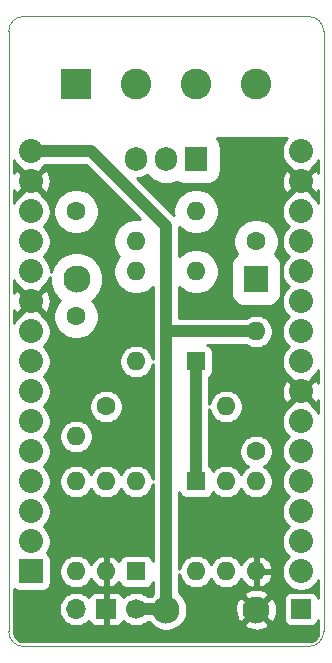
<source format=gbr>
%TF.GenerationSoftware,KiCad,Pcbnew,5.1.5+dfsg1-2~bpo10+1*%
%TF.CreationDate,2020-10-04T09:49:28+00:00*%
%TF.ProjectId,PWR,5057522e-6b69-4636-9164-5f7063625858,rev?*%
%TF.SameCoordinates,Original*%
%TF.FileFunction,Copper,L1,Top*%
%TF.FilePolarity,Positive*%
%FSLAX45Y45*%
G04 Gerber Fmt 4.5, Leading zero omitted, Abs format (unit mm)*
G04 Created by KiCad (PCBNEW 5.1.5+dfsg1-2~bpo10+1) date 2020-10-04 09:49:28*
%MOMM*%
%LPD*%
G04 APERTURE LIST*
%ADD10C,0.120000*%
%ADD11O,1.600000X1.600000*%
%ADD12R,1.600000X1.600000*%
%ADD13R,1.700000X1.700000*%
%ADD14C,1.700000*%
%ADD15C,2.032000*%
%ADD16R,2.032000X2.032000*%
%ADD17O,1.700000X1.700000*%
%ADD18C,2.300000*%
%ADD19R,2.000000X2.300000*%
%ADD20C,1.600000*%
%ADD21O,1.905000X2.000000*%
%ADD22R,1.905000X2.000000*%
%ADD23C,2.600000*%
%ADD24R,2.600000X2.600000*%
%ADD25C,1.000000*%
%ADD26C,0.250000*%
%ADD27C,0.350000*%
G04 APERTURE END LIST*
D10*
X2476500Y-508000D02*
G75*
G02X2349500Y-635000I-127000J0D01*
G01*
X-190500Y4572000D02*
G75*
G02X-63500Y4699000I127000J0D01*
G01*
X-63500Y-635000D02*
G75*
G02X-190500Y-508000I0J127000D01*
G01*
X2349500Y4699000D02*
G75*
G02X2476500Y4572000I0J-127000D01*
G01*
X-190500Y4572000D02*
X-190500Y-508000D01*
X2349500Y4699000D02*
X-63500Y4699000D01*
X2476500Y-508000D02*
X2476500Y4572000D01*
X-63500Y-635000D02*
X2349500Y-635000D01*
D11*
X1397000Y0D03*
X1905000Y762000D03*
X1651000Y0D03*
X1651000Y762000D03*
X1905000Y0D03*
D12*
X1397000Y762000D03*
D13*
X2286000Y-317500D03*
D14*
X889000Y-317500D03*
D15*
X2286000Y254000D03*
X2286000Y762000D03*
X2286000Y508000D03*
X2286000Y2540000D03*
X2286000Y2286000D03*
X2286000Y1778000D03*
X2286000Y2032000D03*
X2286000Y3556000D03*
X2286000Y1524000D03*
X2286000Y1016000D03*
X2286000Y1270000D03*
X2286000Y2794000D03*
X2286000Y3302000D03*
X2286000Y3048000D03*
X2286000Y0D03*
X0Y3556000D03*
X0Y3302000D03*
X0Y3048000D03*
X0Y2794000D03*
X0Y2540000D03*
X0Y2286000D03*
X0Y2032000D03*
X0Y1778000D03*
X0Y1524000D03*
X0Y1270000D03*
X0Y1016000D03*
X0Y762000D03*
X0Y508000D03*
X0Y254000D03*
D16*
X0Y0D03*
D17*
X381000Y-317500D03*
D13*
X635000Y-317500D03*
D18*
X1145000Y-323500D03*
X385000Y2476500D03*
D19*
X1905000Y2476500D03*
D18*
X1905000Y-323500D03*
D11*
X1905000Y2032000D03*
D20*
X1905000Y1016000D03*
X635000Y1397000D03*
D11*
X1651000Y1397000D03*
X889000Y2794000D03*
D20*
X1905000Y2794000D03*
D11*
X381000Y1143000D03*
D20*
X381000Y2159000D03*
D11*
X1397000Y3048000D03*
D20*
X381000Y3048000D03*
D12*
X1397000Y1778000D03*
D11*
X889000Y2540000D03*
X889000Y1778000D03*
X1397000Y2540000D03*
X889000Y762000D03*
X381000Y0D03*
X635000Y762000D03*
X635000Y0D03*
X381000Y762000D03*
D12*
X889000Y0D03*
D21*
X889000Y3492500D03*
X1143000Y3492500D03*
D22*
X1397000Y3492500D03*
D23*
X1905000Y4127500D03*
X1397000Y4127500D03*
X889000Y4127500D03*
D24*
X381000Y4127500D03*
D25*
X1397000Y762000D02*
X1397000Y1778000D01*
X889000Y-317500D02*
X1016000Y-317500D01*
X1016000Y-317500D02*
X1143000Y-317500D01*
X1905000Y2032000D02*
X1143000Y2032000D01*
X1143000Y2032000D02*
X1143000Y2921000D01*
X1143000Y2921000D02*
X508000Y3556000D01*
X508000Y3556000D02*
X0Y3556000D01*
X1145000Y-188500D02*
X1145000Y-323500D01*
X1143000Y1016000D02*
X1143000Y-186500D01*
X1143000Y-186500D02*
X1145000Y-188500D01*
X1143000Y1016000D02*
X1143000Y2032000D01*
D26*
G36*
X2158535Y3660608D02*
G01*
X2140577Y3633730D01*
X2128206Y3603866D01*
X2121900Y3572162D01*
X2121900Y3539838D01*
X2128206Y3508134D01*
X2140577Y3478269D01*
X2158535Y3451392D01*
X2181392Y3428535D01*
X2191745Y3421618D01*
X2189660Y3416017D01*
X2286000Y3319678D01*
X2382340Y3416017D01*
X2380255Y3421618D01*
X2390608Y3428535D01*
X2413465Y3451392D01*
X2431424Y3478269D01*
X2433000Y3482076D01*
X2433000Y3376118D01*
X2426366Y3388531D01*
X2400017Y3398340D01*
X2303678Y3302000D01*
X2400017Y3205660D01*
X2426366Y3215469D01*
X2433000Y3229056D01*
X2433000Y3121924D01*
X2431424Y3125730D01*
X2413465Y3152608D01*
X2390608Y3175465D01*
X2380255Y3182382D01*
X2382340Y3187983D01*
X2286000Y3284322D01*
X2189660Y3187983D01*
X2191745Y3182382D01*
X2181392Y3175465D01*
X2158535Y3152608D01*
X2140577Y3125730D01*
X2128206Y3095866D01*
X2121900Y3064162D01*
X2121900Y3031838D01*
X2128206Y3000134D01*
X2140577Y2970269D01*
X2158535Y2943392D01*
X2180928Y2921000D01*
X2158535Y2898608D01*
X2140577Y2871730D01*
X2128206Y2841866D01*
X2121900Y2810162D01*
X2121900Y2777838D01*
X2128206Y2746134D01*
X2140577Y2716270D01*
X2158535Y2689392D01*
X2180928Y2667000D01*
X2158535Y2644608D01*
X2140577Y2617731D01*
X2128206Y2587866D01*
X2121900Y2556162D01*
X2121900Y2523838D01*
X2128206Y2492134D01*
X2140577Y2462270D01*
X2158535Y2435392D01*
X2180928Y2413000D01*
X2158535Y2390608D01*
X2140577Y2363731D01*
X2128206Y2333866D01*
X2121900Y2302162D01*
X2121900Y2269838D01*
X2128206Y2238134D01*
X2140577Y2208270D01*
X2158535Y2181392D01*
X2180928Y2159000D01*
X2158535Y2136608D01*
X2140577Y2109731D01*
X2128206Y2079866D01*
X2121900Y2048162D01*
X2121900Y2015838D01*
X2128206Y1984134D01*
X2140577Y1954269D01*
X2158535Y1927392D01*
X2180928Y1905000D01*
X2158535Y1882608D01*
X2140577Y1855730D01*
X2128206Y1825866D01*
X2121900Y1794162D01*
X2121900Y1761838D01*
X2128206Y1730134D01*
X2140577Y1700269D01*
X2158535Y1673392D01*
X2181392Y1650535D01*
X2191745Y1643618D01*
X2189660Y1638017D01*
X2286000Y1541678D01*
X2382340Y1638017D01*
X2380255Y1643618D01*
X2390608Y1650535D01*
X2413465Y1673392D01*
X2431424Y1700269D01*
X2433000Y1704075D01*
X2433000Y1598118D01*
X2426366Y1610531D01*
X2400017Y1620340D01*
X2303678Y1524000D01*
X2400017Y1427660D01*
X2426366Y1437469D01*
X2433000Y1451056D01*
X2433000Y1343925D01*
X2431424Y1347731D01*
X2413465Y1374608D01*
X2390608Y1397465D01*
X2380255Y1404382D01*
X2382340Y1409983D01*
X2286000Y1506322D01*
X2189660Y1409983D01*
X2191745Y1404382D01*
X2181392Y1397465D01*
X2158535Y1374608D01*
X2140577Y1347731D01*
X2128206Y1317866D01*
X2121900Y1286162D01*
X2121900Y1253838D01*
X2128206Y1222134D01*
X2140577Y1192270D01*
X2158535Y1165392D01*
X2180928Y1143000D01*
X2158535Y1120608D01*
X2140577Y1093731D01*
X2128206Y1063866D01*
X2121900Y1032162D01*
X2121900Y999838D01*
X2128206Y968134D01*
X2140577Y938269D01*
X2158535Y911392D01*
X2180928Y889000D01*
X2158535Y866608D01*
X2140577Y839730D01*
X2128206Y809866D01*
X2121900Y778162D01*
X2121900Y745838D01*
X2128206Y714134D01*
X2140577Y684270D01*
X2158535Y657392D01*
X2180928Y635000D01*
X2158535Y612608D01*
X2140577Y585731D01*
X2128206Y555866D01*
X2121900Y524162D01*
X2121900Y491838D01*
X2128206Y460134D01*
X2140577Y430269D01*
X2158535Y403392D01*
X2180928Y381000D01*
X2158535Y358608D01*
X2140577Y331731D01*
X2128206Y301866D01*
X2121900Y270162D01*
X2121900Y237838D01*
X2128206Y206134D01*
X2140577Y176269D01*
X2158535Y149392D01*
X2180928Y127000D01*
X2158535Y104608D01*
X2140577Y77731D01*
X2128206Y47866D01*
X2121900Y16162D01*
X2121900Y-16162D01*
X2128206Y-47866D01*
X2140577Y-77731D01*
X2158535Y-104608D01*
X2181392Y-127465D01*
X2208270Y-145424D01*
X2238134Y-157794D01*
X2269838Y-164100D01*
X2302162Y-164100D01*
X2333866Y-157794D01*
X2363731Y-145424D01*
X2390608Y-127465D01*
X2413465Y-104608D01*
X2431424Y-77731D01*
X2433000Y-73925D01*
X2433000Y-224353D01*
X2432596Y-220248D01*
X2429022Y-208467D01*
X2423218Y-197609D01*
X2415408Y-188092D01*
X2405891Y-180282D01*
X2395033Y-174478D01*
X2383252Y-170904D01*
X2371000Y-169698D01*
X2201000Y-169698D01*
X2188748Y-170904D01*
X2176967Y-174478D01*
X2166109Y-180282D01*
X2156592Y-188092D01*
X2148782Y-197609D01*
X2142978Y-208467D01*
X2139404Y-220248D01*
X2138198Y-232500D01*
X2138198Y-402500D01*
X2139404Y-414752D01*
X2142978Y-426533D01*
X2148782Y-437391D01*
X2156592Y-446908D01*
X2166109Y-454718D01*
X2176967Y-460522D01*
X2188748Y-464096D01*
X2201000Y-465302D01*
X2371000Y-465302D01*
X2383252Y-464096D01*
X2395033Y-460522D01*
X2405891Y-454718D01*
X2415408Y-446908D01*
X2423218Y-437391D01*
X2429022Y-426533D01*
X2432596Y-414752D01*
X2433000Y-410647D01*
X2433000Y-505872D01*
X2431205Y-524178D01*
X2426507Y-539740D01*
X2418875Y-554093D01*
X2408601Y-566690D01*
X2396076Y-577052D01*
X2381777Y-584783D01*
X2366248Y-589590D01*
X2348078Y-591500D01*
X-61372Y-591500D01*
X-79678Y-589705D01*
X-95240Y-585007D01*
X-109593Y-577375D01*
X-122190Y-567101D01*
X-132552Y-554576D01*
X-140283Y-540277D01*
X-145090Y-524748D01*
X-147000Y-506577D01*
X-147000Y-302973D01*
X233500Y-302973D01*
X233500Y-332028D01*
X239168Y-360524D01*
X250287Y-387367D01*
X266429Y-411526D01*
X286974Y-432071D01*
X311133Y-448213D01*
X337976Y-459332D01*
X366472Y-465000D01*
X395527Y-465000D01*
X424024Y-459332D01*
X450867Y-448213D01*
X475026Y-432071D01*
X489321Y-417775D01*
X491978Y-426533D01*
X497782Y-437391D01*
X505592Y-446908D01*
X515109Y-454718D01*
X525967Y-460522D01*
X537748Y-464096D01*
X550000Y-465302D01*
X606875Y-465000D01*
X622500Y-449375D01*
X622500Y-330000D01*
X620500Y-330000D01*
X620500Y-305000D01*
X622500Y-305000D01*
X622500Y-185625D01*
X606875Y-170000D01*
X550000Y-169698D01*
X537748Y-170904D01*
X525967Y-174478D01*
X515109Y-180282D01*
X505592Y-188092D01*
X497782Y-197609D01*
X491978Y-208467D01*
X489321Y-217225D01*
X475026Y-202929D01*
X450867Y-186787D01*
X424024Y-175668D01*
X395527Y-170000D01*
X366472Y-170000D01*
X337976Y-175668D01*
X311133Y-186787D01*
X286974Y-202929D01*
X266429Y-223474D01*
X250287Y-247632D01*
X239168Y-274476D01*
X233500Y-302973D01*
X-147000Y-302973D01*
X-147000Y-144799D01*
X-146008Y-146008D01*
X-136491Y-153818D01*
X-125633Y-159622D01*
X-113852Y-163196D01*
X-101600Y-164402D01*
X101600Y-164402D01*
X113852Y-163196D01*
X125633Y-159622D01*
X136491Y-153818D01*
X146008Y-146008D01*
X153818Y-136491D01*
X159622Y-125633D01*
X163196Y-113852D01*
X164402Y-101600D01*
X164402Y14035D01*
X238500Y14035D01*
X238500Y-14035D01*
X243976Y-41566D01*
X254718Y-67499D01*
X270313Y-90838D01*
X290162Y-110687D01*
X313501Y-126282D01*
X339434Y-137024D01*
X366965Y-142500D01*
X395035Y-142500D01*
X422566Y-137024D01*
X448499Y-126282D01*
X471838Y-110687D01*
X491687Y-90838D01*
X507282Y-67499D01*
X508444Y-64693D01*
X520498Y-84827D01*
X539247Y-105536D01*
X561676Y-122188D01*
X586923Y-134145D01*
X600448Y-138248D01*
X622500Y-126258D01*
X622500Y-12500D01*
X620500Y-12500D01*
X620500Y12500D01*
X622500Y12500D01*
X622500Y126258D01*
X600448Y138248D01*
X586923Y134145D01*
X561676Y122188D01*
X539247Y105536D01*
X520498Y84827D01*
X508444Y64693D01*
X507282Y67499D01*
X491687Y90838D01*
X471838Y110687D01*
X448499Y126282D01*
X422566Y137024D01*
X395035Y142500D01*
X366965Y142500D01*
X339434Y137024D01*
X313501Y126282D01*
X290162Y110687D01*
X270313Y90838D01*
X254718Y67499D01*
X243976Y41566D01*
X238500Y14035D01*
X164402Y14035D01*
X164402Y101600D01*
X163196Y113852D01*
X159622Y125633D01*
X153818Y136491D01*
X146008Y146008D01*
X136491Y153818D01*
X132019Y156209D01*
X145424Y176269D01*
X157794Y206134D01*
X164100Y237838D01*
X164100Y270162D01*
X157794Y301866D01*
X145424Y331731D01*
X127465Y358608D01*
X105072Y381000D01*
X127465Y403392D01*
X145424Y430269D01*
X157794Y460134D01*
X164100Y491838D01*
X164100Y524162D01*
X157794Y555866D01*
X145424Y585731D01*
X127465Y612608D01*
X105072Y635000D01*
X127465Y657392D01*
X145424Y684270D01*
X157794Y714134D01*
X164100Y745838D01*
X164100Y778162D01*
X157794Y809866D01*
X145424Y839730D01*
X127465Y866608D01*
X105072Y889000D01*
X127465Y911392D01*
X145424Y938269D01*
X157794Y968134D01*
X164100Y999838D01*
X164100Y1032162D01*
X157794Y1063866D01*
X145424Y1093731D01*
X127465Y1120608D01*
X105072Y1143000D01*
X119107Y1157035D01*
X238500Y1157035D01*
X238500Y1128965D01*
X243976Y1101434D01*
X254718Y1075501D01*
X270313Y1052162D01*
X290162Y1032313D01*
X313501Y1016718D01*
X339434Y1005976D01*
X366965Y1000500D01*
X395035Y1000500D01*
X422566Y1005976D01*
X448499Y1016718D01*
X471838Y1032313D01*
X491687Y1052162D01*
X507282Y1075501D01*
X518024Y1101434D01*
X523500Y1128965D01*
X523500Y1157035D01*
X518024Y1184566D01*
X507282Y1210499D01*
X491687Y1233839D01*
X471838Y1253687D01*
X448499Y1269282D01*
X422566Y1280024D01*
X395035Y1285500D01*
X366965Y1285500D01*
X339434Y1280024D01*
X313501Y1269282D01*
X290162Y1253687D01*
X270313Y1233839D01*
X254718Y1210499D01*
X243976Y1184566D01*
X238500Y1157035D01*
X119107Y1157035D01*
X127465Y1165392D01*
X145424Y1192270D01*
X157794Y1222134D01*
X164100Y1253838D01*
X164100Y1286162D01*
X157794Y1317866D01*
X145424Y1347731D01*
X127465Y1374608D01*
X105072Y1397000D01*
X119107Y1411035D01*
X492500Y1411035D01*
X492500Y1382965D01*
X497976Y1355434D01*
X508718Y1329501D01*
X524313Y1306162D01*
X544162Y1286313D01*
X567501Y1270718D01*
X593434Y1259976D01*
X620965Y1254500D01*
X649035Y1254500D01*
X676566Y1259976D01*
X702499Y1270718D01*
X725838Y1286313D01*
X745687Y1306162D01*
X761282Y1329501D01*
X772024Y1355434D01*
X777500Y1382965D01*
X777500Y1411035D01*
X772024Y1438566D01*
X761282Y1464499D01*
X745687Y1487838D01*
X725838Y1507687D01*
X702499Y1523282D01*
X676566Y1534024D01*
X649035Y1539500D01*
X620965Y1539500D01*
X593434Y1534024D01*
X567501Y1523282D01*
X544162Y1507687D01*
X524313Y1487838D01*
X508718Y1464499D01*
X497976Y1438566D01*
X492500Y1411035D01*
X119107Y1411035D01*
X127465Y1419392D01*
X145424Y1446269D01*
X157794Y1476134D01*
X164100Y1507838D01*
X164100Y1540162D01*
X157794Y1571866D01*
X145424Y1601730D01*
X127465Y1628608D01*
X105072Y1651000D01*
X127465Y1673392D01*
X145424Y1700269D01*
X157794Y1730134D01*
X164100Y1761838D01*
X164100Y1794162D01*
X157794Y1825866D01*
X145424Y1855730D01*
X127465Y1882608D01*
X105072Y1905000D01*
X127465Y1927392D01*
X145424Y1954269D01*
X157794Y1984134D01*
X164100Y2015838D01*
X164100Y2048162D01*
X157794Y2079866D01*
X145424Y2109731D01*
X127465Y2136608D01*
X104608Y2159465D01*
X94255Y2166382D01*
X96340Y2171983D01*
X0Y2268322D01*
X-96340Y2171983D01*
X-94255Y2166382D01*
X-104608Y2159465D01*
X-127465Y2136608D01*
X-145424Y2109731D01*
X-147000Y2105925D01*
X-147000Y2211882D01*
X-140366Y2199469D01*
X-114017Y2189660D01*
X-17678Y2286000D01*
X17678Y2286000D01*
X114017Y2189660D01*
X140366Y2199469D01*
X154550Y2228516D01*
X162795Y2259772D01*
X164784Y2292035D01*
X160440Y2324067D01*
X149931Y2354636D01*
X140366Y2372531D01*
X114017Y2382340D01*
X17678Y2286000D01*
X-17678Y2286000D01*
X-114017Y2382340D01*
X-140366Y2372531D01*
X-147000Y2358944D01*
X-147000Y2466076D01*
X-145424Y2462270D01*
X-127465Y2435392D01*
X-104608Y2412535D01*
X-94255Y2405618D01*
X-96340Y2400017D01*
X0Y2303678D01*
X96340Y2400017D01*
X94255Y2405618D01*
X104608Y2412535D01*
X127465Y2435392D01*
X145424Y2462270D01*
X157500Y2491425D01*
X157500Y2454093D01*
X166243Y2410141D01*
X183392Y2368738D01*
X208289Y2331477D01*
X239977Y2299789D01*
X245717Y2295954D01*
X231475Y2281712D01*
X210409Y2250183D01*
X195898Y2215150D01*
X188500Y2177960D01*
X188500Y2140040D01*
X195898Y2102850D01*
X210409Y2067817D01*
X231475Y2036288D01*
X258288Y2009475D01*
X289817Y1988409D01*
X324850Y1973898D01*
X362040Y1966500D01*
X399960Y1966500D01*
X437150Y1973898D01*
X472183Y1988409D01*
X503712Y2009475D01*
X530525Y2036288D01*
X551591Y2067817D01*
X566102Y2102850D01*
X573500Y2140040D01*
X573500Y2177960D01*
X566102Y2215150D01*
X551591Y2250183D01*
X530525Y2281712D01*
X519487Y2292749D01*
X530023Y2299789D01*
X561711Y2331477D01*
X586608Y2368738D01*
X603757Y2410141D01*
X612500Y2454093D01*
X612500Y2498907D01*
X603757Y2542859D01*
X586608Y2584262D01*
X561711Y2621523D01*
X530023Y2653211D01*
X492762Y2678108D01*
X451359Y2695257D01*
X407407Y2704000D01*
X362593Y2704000D01*
X318641Y2695257D01*
X277238Y2678108D01*
X239977Y2653211D01*
X208289Y2621523D01*
X183392Y2584262D01*
X166243Y2542859D01*
X164100Y2532087D01*
X164100Y2556162D01*
X157794Y2587866D01*
X145424Y2617731D01*
X127465Y2644608D01*
X105072Y2667000D01*
X127465Y2689392D01*
X145424Y2716270D01*
X157794Y2746134D01*
X164100Y2777838D01*
X164100Y2810162D01*
X157794Y2841866D01*
X145424Y2871730D01*
X127465Y2898608D01*
X105072Y2921000D01*
X127465Y2943392D01*
X145424Y2970269D01*
X157794Y3000134D01*
X164100Y3031838D01*
X164100Y3064162D01*
X163544Y3066960D01*
X188500Y3066960D01*
X188500Y3029040D01*
X195898Y2991850D01*
X210409Y2956817D01*
X231475Y2925288D01*
X258288Y2898475D01*
X289817Y2877409D01*
X324850Y2862898D01*
X362040Y2855500D01*
X399960Y2855500D01*
X437150Y2862898D01*
X472183Y2877409D01*
X503712Y2898475D01*
X530525Y2925288D01*
X551591Y2956817D01*
X566102Y2991850D01*
X573500Y3029040D01*
X573500Y3066960D01*
X566102Y3104150D01*
X551591Y3139183D01*
X530525Y3170712D01*
X503712Y3197524D01*
X472183Y3218591D01*
X437150Y3233102D01*
X399960Y3240500D01*
X362040Y3240500D01*
X324850Y3233102D01*
X289817Y3218591D01*
X258288Y3197524D01*
X231475Y3170712D01*
X210409Y3139183D01*
X195898Y3104150D01*
X188500Y3066960D01*
X163544Y3066960D01*
X157794Y3095866D01*
X145424Y3125730D01*
X127465Y3152608D01*
X104608Y3175465D01*
X94255Y3182382D01*
X96340Y3187983D01*
X0Y3284322D01*
X-96340Y3187983D01*
X-94255Y3182382D01*
X-104608Y3175465D01*
X-127465Y3152608D01*
X-145424Y3125730D01*
X-147000Y3121924D01*
X-147000Y3227882D01*
X-140366Y3215469D01*
X-114017Y3205660D01*
X-17678Y3302000D01*
X17678Y3302000D01*
X114017Y3205660D01*
X140366Y3215469D01*
X154550Y3244516D01*
X162795Y3275772D01*
X164784Y3308035D01*
X160440Y3340067D01*
X149931Y3370636D01*
X140366Y3388531D01*
X114017Y3398340D01*
X17678Y3302000D01*
X-17678Y3302000D01*
X-114017Y3398340D01*
X-140366Y3388531D01*
X-147000Y3374944D01*
X-147000Y3482075D01*
X-145424Y3478269D01*
X-127465Y3451392D01*
X-104608Y3428535D01*
X-94255Y3421618D01*
X-96340Y3416017D01*
X0Y3319678D01*
X96340Y3416017D01*
X94255Y3421618D01*
X104608Y3428535D01*
X119572Y3443500D01*
X461401Y3443500D01*
X920994Y2983907D01*
X907960Y2986500D01*
X870040Y2986500D01*
X832850Y2979102D01*
X797817Y2964591D01*
X766288Y2943524D01*
X739475Y2916712D01*
X718409Y2885183D01*
X703898Y2850150D01*
X696500Y2812960D01*
X696500Y2775040D01*
X703898Y2737850D01*
X718409Y2702817D01*
X739475Y2671288D01*
X743764Y2667000D01*
X739475Y2662712D01*
X718409Y2631183D01*
X703898Y2596150D01*
X696500Y2558960D01*
X696500Y2521040D01*
X703898Y2483850D01*
X718409Y2448817D01*
X739475Y2417288D01*
X766288Y2390476D01*
X797817Y2369409D01*
X832850Y2354898D01*
X870040Y2347500D01*
X907960Y2347500D01*
X945150Y2354898D01*
X980183Y2369409D01*
X1011712Y2390476D01*
X1030500Y2409264D01*
X1030500Y2037526D01*
X1029956Y2032000D01*
X1030500Y2026473D01*
X1030500Y1797062D01*
X1026024Y1819566D01*
X1015282Y1845499D01*
X999687Y1868838D01*
X979838Y1888687D01*
X956499Y1904282D01*
X930566Y1915024D01*
X903035Y1920500D01*
X874965Y1920500D01*
X847434Y1915024D01*
X821501Y1904282D01*
X798161Y1888687D01*
X778313Y1868838D01*
X762718Y1845499D01*
X751976Y1819566D01*
X746500Y1792035D01*
X746500Y1763965D01*
X751976Y1736434D01*
X762718Y1710501D01*
X778313Y1687161D01*
X798161Y1667313D01*
X821501Y1651718D01*
X847434Y1640976D01*
X874965Y1635500D01*
X903035Y1635500D01*
X930566Y1640976D01*
X956499Y1651718D01*
X979838Y1667313D01*
X999687Y1687161D01*
X1015282Y1710501D01*
X1026024Y1736434D01*
X1030500Y1758938D01*
X1030500Y1021526D01*
X1030500Y781062D01*
X1026024Y803566D01*
X1015282Y829499D01*
X999687Y852838D01*
X979838Y872687D01*
X956499Y888282D01*
X930566Y899024D01*
X903035Y904500D01*
X874965Y904500D01*
X847434Y899024D01*
X821501Y888282D01*
X798161Y872687D01*
X778313Y852838D01*
X762718Y829499D01*
X762000Y827765D01*
X761282Y829499D01*
X745687Y852838D01*
X725838Y872687D01*
X702499Y888282D01*
X676566Y899024D01*
X649035Y904500D01*
X620965Y904500D01*
X593434Y899024D01*
X567501Y888282D01*
X544162Y872687D01*
X524313Y852838D01*
X508718Y829499D01*
X508000Y827765D01*
X507282Y829499D01*
X491687Y852838D01*
X471838Y872687D01*
X448499Y888282D01*
X422566Y899024D01*
X395035Y904500D01*
X366965Y904500D01*
X339434Y899024D01*
X313501Y888282D01*
X290162Y872687D01*
X270313Y852838D01*
X254718Y829499D01*
X243976Y803566D01*
X238500Y776035D01*
X238500Y747965D01*
X243976Y720434D01*
X254718Y694501D01*
X270313Y671162D01*
X290162Y651313D01*
X313501Y635718D01*
X339434Y624976D01*
X366965Y619500D01*
X395035Y619500D01*
X422566Y624976D01*
X448499Y635718D01*
X471838Y651313D01*
X491687Y671162D01*
X507282Y694501D01*
X508000Y696235D01*
X508718Y694501D01*
X524313Y671162D01*
X544162Y651313D01*
X567501Y635718D01*
X593434Y624976D01*
X620965Y619500D01*
X649035Y619500D01*
X676566Y624976D01*
X702499Y635718D01*
X725838Y651313D01*
X745687Y671162D01*
X761282Y694501D01*
X762000Y696235D01*
X762718Y694501D01*
X778313Y671162D01*
X798161Y651313D01*
X821501Y635718D01*
X847434Y624976D01*
X874965Y619500D01*
X903035Y619500D01*
X930566Y624976D01*
X956499Y635718D01*
X979838Y651313D01*
X999687Y671162D01*
X1015282Y694501D01*
X1026024Y720434D01*
X1030500Y742938D01*
X1030500Y92567D01*
X1027022Y104033D01*
X1021218Y114891D01*
X1013408Y124408D01*
X1003891Y132218D01*
X993033Y138022D01*
X981252Y141596D01*
X969000Y142802D01*
X809000Y142802D01*
X796748Y141596D01*
X784967Y138022D01*
X774109Y132218D01*
X764592Y124408D01*
X756782Y114891D01*
X750978Y104033D01*
X747404Y92252D01*
X746951Y87645D01*
X730753Y105536D01*
X708324Y122188D01*
X683077Y134145D01*
X669552Y138248D01*
X647500Y126258D01*
X647500Y12500D01*
X649500Y12500D01*
X649500Y-12500D01*
X647500Y-12500D01*
X647500Y-126258D01*
X669552Y-138248D01*
X683077Y-134145D01*
X708324Y-122188D01*
X730753Y-105536D01*
X746951Y-87645D01*
X747404Y-92252D01*
X750978Y-104033D01*
X756782Y-114891D01*
X764592Y-124408D01*
X774109Y-132218D01*
X784967Y-138022D01*
X796748Y-141596D01*
X809000Y-142802D01*
X969000Y-142802D01*
X981252Y-141596D01*
X993033Y-138022D01*
X1003891Y-132218D01*
X1013408Y-124408D01*
X1021218Y-114891D01*
X1027022Y-104033D01*
X1030500Y-92567D01*
X1030500Y-180973D01*
X1029956Y-186500D01*
X1030047Y-187430D01*
X1012477Y-205000D01*
X985096Y-205000D01*
X983026Y-202929D01*
X958867Y-186787D01*
X932024Y-175668D01*
X903527Y-170000D01*
X874472Y-170000D01*
X845976Y-175668D01*
X819132Y-186787D01*
X794974Y-202929D01*
X780679Y-217225D01*
X778022Y-208467D01*
X772218Y-197609D01*
X764408Y-188092D01*
X754891Y-180282D01*
X744033Y-174478D01*
X732252Y-170904D01*
X720000Y-169698D01*
X663125Y-170000D01*
X647500Y-185625D01*
X647500Y-305000D01*
X649500Y-305000D01*
X649500Y-330000D01*
X647500Y-330000D01*
X647500Y-449375D01*
X663125Y-465000D01*
X720000Y-465302D01*
X732252Y-464096D01*
X744033Y-460522D01*
X754891Y-454718D01*
X764408Y-446908D01*
X772218Y-437391D01*
X778022Y-426533D01*
X780679Y-417775D01*
X794974Y-432071D01*
X819132Y-448213D01*
X845976Y-459332D01*
X874472Y-465000D01*
X903527Y-465000D01*
X932024Y-459332D01*
X958867Y-448213D01*
X983026Y-432071D01*
X985096Y-430000D01*
X1002684Y-430000D01*
X1007127Y-436650D01*
X1031850Y-461373D01*
X1060922Y-480798D01*
X1093225Y-494179D01*
X1127518Y-501000D01*
X1162482Y-501000D01*
X1196775Y-494179D01*
X1229078Y-480798D01*
X1258150Y-461373D01*
X1272454Y-447069D01*
X1799109Y-447069D01*
X1810534Y-474788D01*
X1841864Y-490310D01*
X1875620Y-499422D01*
X1910505Y-501774D01*
X1945179Y-497274D01*
X1978309Y-486097D01*
X1999466Y-474788D01*
X2010891Y-447069D01*
X1905000Y-341178D01*
X1799109Y-447069D01*
X1272454Y-447069D01*
X1282873Y-436650D01*
X1302298Y-407578D01*
X1315679Y-375275D01*
X1322500Y-340982D01*
X1322500Y-329005D01*
X1726726Y-329005D01*
X1731226Y-363679D01*
X1742403Y-396809D01*
X1753712Y-417966D01*
X1781431Y-429391D01*
X1887322Y-323500D01*
X1922678Y-323500D01*
X2028569Y-429391D01*
X2056288Y-417966D01*
X2071810Y-386636D01*
X2080922Y-352880D01*
X2083274Y-317995D01*
X2078774Y-283321D01*
X2067597Y-250191D01*
X2056288Y-229034D01*
X2028569Y-217609D01*
X1922678Y-323500D01*
X1887322Y-323500D01*
X1781431Y-217609D01*
X1753712Y-229034D01*
X1738190Y-260364D01*
X1729078Y-294120D01*
X1726726Y-329005D01*
X1322500Y-329005D01*
X1322500Y-306018D01*
X1315679Y-271725D01*
X1302298Y-239422D01*
X1282873Y-210350D01*
X1272454Y-199931D01*
X1799109Y-199931D01*
X1905000Y-305822D01*
X2010891Y-199931D01*
X1999466Y-172212D01*
X1968136Y-156690D01*
X1934380Y-147578D01*
X1899495Y-145226D01*
X1864821Y-149726D01*
X1831691Y-160903D01*
X1810534Y-172212D01*
X1799109Y-199931D01*
X1272454Y-199931D01*
X1258150Y-185627D01*
X1257734Y-185349D01*
X1257500Y-182974D01*
X1257500Y-182974D01*
X1255872Y-166446D01*
X1255500Y-165219D01*
X1255500Y-19062D01*
X1259976Y-41566D01*
X1270718Y-67499D01*
X1286313Y-90838D01*
X1306162Y-110687D01*
X1329501Y-126282D01*
X1355434Y-137024D01*
X1382965Y-142500D01*
X1411035Y-142500D01*
X1438566Y-137024D01*
X1464499Y-126282D01*
X1487838Y-110687D01*
X1507687Y-90838D01*
X1523282Y-67499D01*
X1524000Y-65765D01*
X1524718Y-67499D01*
X1540313Y-90838D01*
X1560161Y-110687D01*
X1583501Y-126282D01*
X1609434Y-137024D01*
X1636965Y-142500D01*
X1665035Y-142500D01*
X1692566Y-137024D01*
X1718499Y-126282D01*
X1741838Y-110687D01*
X1761687Y-90838D01*
X1777282Y-67499D01*
X1778444Y-64693D01*
X1790498Y-84827D01*
X1809247Y-105536D01*
X1831676Y-122188D01*
X1856923Y-134145D01*
X1870448Y-138248D01*
X1892500Y-126258D01*
X1892500Y-12500D01*
X1917500Y-12500D01*
X1917500Y-126258D01*
X1939552Y-138248D01*
X1953077Y-134145D01*
X1978324Y-122188D01*
X2000753Y-105536D01*
X2019502Y-84827D01*
X2033851Y-60859D01*
X2043248Y-34552D01*
X2031326Y-12500D01*
X1917500Y-12500D01*
X1892500Y-12500D01*
X1890500Y-12500D01*
X1890500Y12500D01*
X1892500Y12500D01*
X1892500Y126258D01*
X1917500Y126258D01*
X1917500Y12500D01*
X2031326Y12500D01*
X2043248Y34552D01*
X2033851Y60859D01*
X2019502Y84827D01*
X2000753Y105536D01*
X1978324Y122188D01*
X1953077Y134145D01*
X1939552Y138248D01*
X1917500Y126258D01*
X1892500Y126258D01*
X1870448Y138248D01*
X1856923Y134145D01*
X1831676Y122188D01*
X1809247Y105536D01*
X1790498Y84827D01*
X1778444Y64693D01*
X1777282Y67499D01*
X1761687Y90838D01*
X1741838Y110687D01*
X1718499Y126282D01*
X1692566Y137024D01*
X1665035Y142500D01*
X1636965Y142500D01*
X1609434Y137024D01*
X1583501Y126282D01*
X1560161Y110687D01*
X1540313Y90838D01*
X1524718Y67499D01*
X1524000Y65765D01*
X1523282Y67499D01*
X1507687Y90838D01*
X1487838Y110687D01*
X1464499Y126282D01*
X1438566Y137024D01*
X1411035Y142500D01*
X1382965Y142500D01*
X1355434Y137024D01*
X1329501Y126282D01*
X1306162Y110687D01*
X1286313Y90838D01*
X1270718Y67499D01*
X1259976Y41566D01*
X1255500Y19062D01*
X1255500Y669432D01*
X1258978Y657967D01*
X1264782Y647109D01*
X1272592Y637592D01*
X1282109Y629782D01*
X1292967Y623978D01*
X1304748Y620404D01*
X1317000Y619198D01*
X1477000Y619198D01*
X1489252Y620404D01*
X1501033Y623978D01*
X1511891Y629782D01*
X1521408Y637592D01*
X1529218Y647109D01*
X1535022Y657967D01*
X1538596Y669748D01*
X1538938Y673220D01*
X1540313Y671162D01*
X1560161Y651313D01*
X1583501Y635718D01*
X1609434Y624976D01*
X1636965Y619500D01*
X1665035Y619500D01*
X1692566Y624976D01*
X1718499Y635718D01*
X1741838Y651313D01*
X1761687Y671162D01*
X1777282Y694501D01*
X1778000Y696235D01*
X1778718Y694501D01*
X1794313Y671162D01*
X1814161Y651313D01*
X1837501Y635718D01*
X1863434Y624976D01*
X1890965Y619500D01*
X1919035Y619500D01*
X1946566Y624976D01*
X1972499Y635718D01*
X1995838Y651313D01*
X2015687Y671162D01*
X2031282Y694501D01*
X2042024Y720434D01*
X2047500Y747965D01*
X2047500Y776035D01*
X2042024Y803566D01*
X2031282Y829499D01*
X2015687Y852838D01*
X1995838Y872687D01*
X1972499Y888282D01*
X1970765Y889000D01*
X1972499Y889718D01*
X1995838Y905313D01*
X2015687Y925161D01*
X2031282Y948501D01*
X2042024Y974434D01*
X2047500Y1001965D01*
X2047500Y1030035D01*
X2042024Y1057566D01*
X2031282Y1083499D01*
X2015687Y1106839D01*
X1995838Y1126687D01*
X1972499Y1142282D01*
X1946566Y1153024D01*
X1919035Y1158500D01*
X1890965Y1158500D01*
X1863434Y1153024D01*
X1837501Y1142282D01*
X1814161Y1126687D01*
X1794313Y1106839D01*
X1778718Y1083499D01*
X1767976Y1057566D01*
X1762500Y1030035D01*
X1762500Y1001965D01*
X1767976Y974434D01*
X1778718Y948501D01*
X1794313Y925161D01*
X1814161Y905313D01*
X1837501Y889718D01*
X1839235Y889000D01*
X1837501Y888282D01*
X1814161Y872687D01*
X1794313Y852838D01*
X1778718Y829499D01*
X1778000Y827765D01*
X1777282Y829499D01*
X1761687Y852838D01*
X1741838Y872687D01*
X1718499Y888282D01*
X1692566Y899024D01*
X1665035Y904500D01*
X1636965Y904500D01*
X1609434Y899024D01*
X1583501Y888282D01*
X1560161Y872687D01*
X1540313Y852838D01*
X1538938Y850780D01*
X1538596Y854252D01*
X1535022Y866033D01*
X1529218Y876891D01*
X1521408Y886408D01*
X1511891Y894218D01*
X1509500Y895496D01*
X1509500Y1377938D01*
X1513976Y1355434D01*
X1524718Y1329501D01*
X1540313Y1306162D01*
X1560161Y1286313D01*
X1583501Y1270718D01*
X1609434Y1259976D01*
X1636965Y1254500D01*
X1665035Y1254500D01*
X1692566Y1259976D01*
X1718499Y1270718D01*
X1741838Y1286313D01*
X1761687Y1306162D01*
X1777282Y1329501D01*
X1788024Y1355434D01*
X1793500Y1382965D01*
X1793500Y1411035D01*
X1788024Y1438566D01*
X1777282Y1464499D01*
X1761687Y1487838D01*
X1741838Y1507687D01*
X1726457Y1517965D01*
X2121217Y1517965D01*
X2125560Y1485933D01*
X2136070Y1455364D01*
X2145635Y1437469D01*
X2171983Y1427660D01*
X2268322Y1524000D01*
X2171983Y1620340D01*
X2145635Y1610531D01*
X2131450Y1581484D01*
X2123205Y1550228D01*
X2121217Y1517965D01*
X1726457Y1517965D01*
X1718499Y1523282D01*
X1692566Y1534024D01*
X1665035Y1539500D01*
X1636965Y1539500D01*
X1609434Y1534024D01*
X1583501Y1523282D01*
X1560161Y1507687D01*
X1540313Y1487838D01*
X1524718Y1464499D01*
X1513976Y1438566D01*
X1509500Y1416062D01*
X1509500Y1644504D01*
X1511891Y1645782D01*
X1521408Y1653592D01*
X1529218Y1663109D01*
X1535022Y1673967D01*
X1538596Y1685748D01*
X1539802Y1698000D01*
X1539802Y1858000D01*
X1538596Y1870252D01*
X1535022Y1882033D01*
X1529218Y1892891D01*
X1521408Y1902408D01*
X1511891Y1910218D01*
X1501033Y1916022D01*
X1489568Y1919500D01*
X1816875Y1919500D01*
X1837501Y1905718D01*
X1863434Y1894976D01*
X1890965Y1889500D01*
X1919035Y1889500D01*
X1946566Y1894976D01*
X1972499Y1905718D01*
X1995838Y1921313D01*
X2015687Y1941161D01*
X2031282Y1964501D01*
X2042024Y1990434D01*
X2047500Y2017965D01*
X2047500Y2046035D01*
X2042024Y2073566D01*
X2031282Y2099499D01*
X2015687Y2122839D01*
X1995838Y2142687D01*
X1972499Y2158282D01*
X1946566Y2169024D01*
X1919035Y2174500D01*
X1890965Y2174500D01*
X1863434Y2169024D01*
X1837501Y2158282D01*
X1816875Y2144500D01*
X1255500Y2144500D01*
X1255500Y2409264D01*
X1274288Y2390476D01*
X1305817Y2369409D01*
X1340850Y2354898D01*
X1378040Y2347500D01*
X1415960Y2347500D01*
X1453150Y2354898D01*
X1488183Y2369409D01*
X1519712Y2390476D01*
X1546524Y2417288D01*
X1567591Y2448817D01*
X1582102Y2483850D01*
X1589500Y2521040D01*
X1589500Y2558960D01*
X1583027Y2591500D01*
X1691956Y2591500D01*
X1691956Y2361500D01*
X1694128Y2339446D01*
X1700561Y2318240D01*
X1711007Y2298696D01*
X1725066Y2281566D01*
X1742196Y2267507D01*
X1761740Y2257061D01*
X1782946Y2250628D01*
X1805000Y2248456D01*
X2005000Y2248456D01*
X2027054Y2250628D01*
X2048260Y2257061D01*
X2067804Y2267507D01*
X2084934Y2281566D01*
X2098993Y2298696D01*
X2109439Y2318240D01*
X2115872Y2339446D01*
X2118044Y2361500D01*
X2118044Y2591500D01*
X2115872Y2613554D01*
X2109439Y2634760D01*
X2098993Y2654304D01*
X2084934Y2671434D01*
X2067804Y2685493D01*
X2065013Y2686985D01*
X2075591Y2702817D01*
X2090102Y2737850D01*
X2097500Y2775040D01*
X2097500Y2812960D01*
X2090102Y2850150D01*
X2075591Y2885183D01*
X2054524Y2916712D01*
X2027712Y2943524D01*
X1996183Y2964591D01*
X1961150Y2979102D01*
X1923960Y2986500D01*
X1886040Y2986500D01*
X1848850Y2979102D01*
X1813817Y2964591D01*
X1782288Y2943524D01*
X1755475Y2916712D01*
X1734409Y2885183D01*
X1719898Y2850150D01*
X1712500Y2812960D01*
X1712500Y2775040D01*
X1719898Y2737850D01*
X1734409Y2702817D01*
X1744987Y2686985D01*
X1742196Y2685493D01*
X1725066Y2671434D01*
X1711007Y2654304D01*
X1700561Y2634760D01*
X1694128Y2613554D01*
X1691956Y2591500D01*
X1583027Y2591500D01*
X1582102Y2596150D01*
X1567591Y2631183D01*
X1546524Y2662712D01*
X1519712Y2689525D01*
X1488183Y2710591D01*
X1453150Y2725102D01*
X1415960Y2732500D01*
X1378040Y2732500D01*
X1340850Y2725102D01*
X1305817Y2710591D01*
X1274288Y2689525D01*
X1255500Y2670736D01*
X1255500Y2915474D01*
X1255661Y2917103D01*
X1274288Y2898475D01*
X1305817Y2877409D01*
X1340850Y2862898D01*
X1378040Y2855500D01*
X1415960Y2855500D01*
X1453150Y2862898D01*
X1488183Y2877409D01*
X1519712Y2898475D01*
X1546524Y2925288D01*
X1567591Y2956817D01*
X1582102Y2991850D01*
X1589500Y3029040D01*
X1589500Y3066960D01*
X1582102Y3104150D01*
X1567591Y3139183D01*
X1546524Y3170712D01*
X1519712Y3197524D01*
X1488183Y3218591D01*
X1453150Y3233102D01*
X1415960Y3240500D01*
X1378040Y3240500D01*
X1340850Y3233102D01*
X1305817Y3218591D01*
X1274288Y3197524D01*
X1247476Y3170712D01*
X1226409Y3139183D01*
X1211898Y3104150D01*
X1204500Y3066960D01*
X1204500Y3029040D01*
X1207093Y3016006D01*
X893426Y3329673D01*
X919924Y3332283D01*
X949660Y3341303D01*
X977065Y3355951D01*
X980259Y3358572D01*
X995388Y3340138D01*
X1027022Y3314176D01*
X1063113Y3294885D01*
X1102274Y3283006D01*
X1143000Y3278995D01*
X1183726Y3283006D01*
X1222887Y3294885D01*
X1235285Y3301512D01*
X1238946Y3298507D01*
X1258490Y3288061D01*
X1279696Y3281628D01*
X1301750Y3279456D01*
X1492250Y3279456D01*
X1514304Y3281628D01*
X1535510Y3288061D01*
X1550297Y3295965D01*
X2121217Y3295965D01*
X2125560Y3263933D01*
X2136070Y3233364D01*
X2145635Y3215469D01*
X2171983Y3205660D01*
X2268322Y3302000D01*
X2171983Y3398340D01*
X2145635Y3388531D01*
X2131450Y3359484D01*
X2123205Y3328228D01*
X2121217Y3295965D01*
X1550297Y3295965D01*
X1555054Y3298507D01*
X1572184Y3312566D01*
X1586243Y3329696D01*
X1596689Y3349240D01*
X1603122Y3370446D01*
X1605294Y3392500D01*
X1605294Y3592500D01*
X1603122Y3614554D01*
X1596689Y3635760D01*
X1586243Y3655304D01*
X1573772Y3670500D01*
X2168428Y3670500D01*
X2158535Y3660608D01*
G37*
X2158535Y3660608D02*
X2140577Y3633730D01*
X2128206Y3603866D01*
X2121900Y3572162D01*
X2121900Y3539838D01*
X2128206Y3508134D01*
X2140577Y3478269D01*
X2158535Y3451392D01*
X2181392Y3428535D01*
X2191745Y3421618D01*
X2189660Y3416017D01*
X2286000Y3319678D01*
X2382340Y3416017D01*
X2380255Y3421618D01*
X2390608Y3428535D01*
X2413465Y3451392D01*
X2431424Y3478269D01*
X2433000Y3482076D01*
X2433000Y3376118D01*
X2426366Y3388531D01*
X2400017Y3398340D01*
X2303678Y3302000D01*
X2400017Y3205660D01*
X2426366Y3215469D01*
X2433000Y3229056D01*
X2433000Y3121924D01*
X2431424Y3125730D01*
X2413465Y3152608D01*
X2390608Y3175465D01*
X2380255Y3182382D01*
X2382340Y3187983D01*
X2286000Y3284322D01*
X2189660Y3187983D01*
X2191745Y3182382D01*
X2181392Y3175465D01*
X2158535Y3152608D01*
X2140577Y3125730D01*
X2128206Y3095866D01*
X2121900Y3064162D01*
X2121900Y3031838D01*
X2128206Y3000134D01*
X2140577Y2970269D01*
X2158535Y2943392D01*
X2180928Y2921000D01*
X2158535Y2898608D01*
X2140577Y2871730D01*
X2128206Y2841866D01*
X2121900Y2810162D01*
X2121900Y2777838D01*
X2128206Y2746134D01*
X2140577Y2716270D01*
X2158535Y2689392D01*
X2180928Y2667000D01*
X2158535Y2644608D01*
X2140577Y2617731D01*
X2128206Y2587866D01*
X2121900Y2556162D01*
X2121900Y2523838D01*
X2128206Y2492134D01*
X2140577Y2462270D01*
X2158535Y2435392D01*
X2180928Y2413000D01*
X2158535Y2390608D01*
X2140577Y2363731D01*
X2128206Y2333866D01*
X2121900Y2302162D01*
X2121900Y2269838D01*
X2128206Y2238134D01*
X2140577Y2208270D01*
X2158535Y2181392D01*
X2180928Y2159000D01*
X2158535Y2136608D01*
X2140577Y2109731D01*
X2128206Y2079866D01*
X2121900Y2048162D01*
X2121900Y2015838D01*
X2128206Y1984134D01*
X2140577Y1954269D01*
X2158535Y1927392D01*
X2180928Y1905000D01*
X2158535Y1882608D01*
X2140577Y1855730D01*
X2128206Y1825866D01*
X2121900Y1794162D01*
X2121900Y1761838D01*
X2128206Y1730134D01*
X2140577Y1700269D01*
X2158535Y1673392D01*
X2181392Y1650535D01*
X2191745Y1643618D01*
X2189660Y1638017D01*
X2286000Y1541678D01*
X2382340Y1638017D01*
X2380255Y1643618D01*
X2390608Y1650535D01*
X2413465Y1673392D01*
X2431424Y1700269D01*
X2433000Y1704075D01*
X2433000Y1598118D01*
X2426366Y1610531D01*
X2400017Y1620340D01*
X2303678Y1524000D01*
X2400017Y1427660D01*
X2426366Y1437469D01*
X2433000Y1451056D01*
X2433000Y1343925D01*
X2431424Y1347731D01*
X2413465Y1374608D01*
X2390608Y1397465D01*
X2380255Y1404382D01*
X2382340Y1409983D01*
X2286000Y1506322D01*
X2189660Y1409983D01*
X2191745Y1404382D01*
X2181392Y1397465D01*
X2158535Y1374608D01*
X2140577Y1347731D01*
X2128206Y1317866D01*
X2121900Y1286162D01*
X2121900Y1253838D01*
X2128206Y1222134D01*
X2140577Y1192270D01*
X2158535Y1165392D01*
X2180928Y1143000D01*
X2158535Y1120608D01*
X2140577Y1093731D01*
X2128206Y1063866D01*
X2121900Y1032162D01*
X2121900Y999838D01*
X2128206Y968134D01*
X2140577Y938269D01*
X2158535Y911392D01*
X2180928Y889000D01*
X2158535Y866608D01*
X2140577Y839730D01*
X2128206Y809866D01*
X2121900Y778162D01*
X2121900Y745838D01*
X2128206Y714134D01*
X2140577Y684270D01*
X2158535Y657392D01*
X2180928Y635000D01*
X2158535Y612608D01*
X2140577Y585731D01*
X2128206Y555866D01*
X2121900Y524162D01*
X2121900Y491838D01*
X2128206Y460134D01*
X2140577Y430269D01*
X2158535Y403392D01*
X2180928Y381000D01*
X2158535Y358608D01*
X2140577Y331731D01*
X2128206Y301866D01*
X2121900Y270162D01*
X2121900Y237838D01*
X2128206Y206134D01*
X2140577Y176269D01*
X2158535Y149392D01*
X2180928Y127000D01*
X2158535Y104608D01*
X2140577Y77731D01*
X2128206Y47866D01*
X2121900Y16162D01*
X2121900Y-16162D01*
X2128206Y-47866D01*
X2140577Y-77731D01*
X2158535Y-104608D01*
X2181392Y-127465D01*
X2208270Y-145424D01*
X2238134Y-157794D01*
X2269838Y-164100D01*
X2302162Y-164100D01*
X2333866Y-157794D01*
X2363731Y-145424D01*
X2390608Y-127465D01*
X2413465Y-104608D01*
X2431424Y-77731D01*
X2433000Y-73925D01*
X2433000Y-224353D01*
X2432596Y-220248D01*
X2429022Y-208467D01*
X2423218Y-197609D01*
X2415408Y-188092D01*
X2405891Y-180282D01*
X2395033Y-174478D01*
X2383252Y-170904D01*
X2371000Y-169698D01*
X2201000Y-169698D01*
X2188748Y-170904D01*
X2176967Y-174478D01*
X2166109Y-180282D01*
X2156592Y-188092D01*
X2148782Y-197609D01*
X2142978Y-208467D01*
X2139404Y-220248D01*
X2138198Y-232500D01*
X2138198Y-402500D01*
X2139404Y-414752D01*
X2142978Y-426533D01*
X2148782Y-437391D01*
X2156592Y-446908D01*
X2166109Y-454718D01*
X2176967Y-460522D01*
X2188748Y-464096D01*
X2201000Y-465302D01*
X2371000Y-465302D01*
X2383252Y-464096D01*
X2395033Y-460522D01*
X2405891Y-454718D01*
X2415408Y-446908D01*
X2423218Y-437391D01*
X2429022Y-426533D01*
X2432596Y-414752D01*
X2433000Y-410647D01*
X2433000Y-505872D01*
X2431205Y-524178D01*
X2426507Y-539740D01*
X2418875Y-554093D01*
X2408601Y-566690D01*
X2396076Y-577052D01*
X2381777Y-584783D01*
X2366248Y-589590D01*
X2348078Y-591500D01*
X-61372Y-591500D01*
X-79678Y-589705D01*
X-95240Y-585007D01*
X-109593Y-577375D01*
X-122190Y-567101D01*
X-132552Y-554576D01*
X-140283Y-540277D01*
X-145090Y-524748D01*
X-147000Y-506577D01*
X-147000Y-302973D01*
X233500Y-302973D01*
X233500Y-332028D01*
X239168Y-360524D01*
X250287Y-387367D01*
X266429Y-411526D01*
X286974Y-432071D01*
X311133Y-448213D01*
X337976Y-459332D01*
X366472Y-465000D01*
X395527Y-465000D01*
X424024Y-459332D01*
X450867Y-448213D01*
X475026Y-432071D01*
X489321Y-417775D01*
X491978Y-426533D01*
X497782Y-437391D01*
X505592Y-446908D01*
X515109Y-454718D01*
X525967Y-460522D01*
X537748Y-464096D01*
X550000Y-465302D01*
X606875Y-465000D01*
X622500Y-449375D01*
X622500Y-330000D01*
X620500Y-330000D01*
X620500Y-305000D01*
X622500Y-305000D01*
X622500Y-185625D01*
X606875Y-170000D01*
X550000Y-169698D01*
X537748Y-170904D01*
X525967Y-174478D01*
X515109Y-180282D01*
X505592Y-188092D01*
X497782Y-197609D01*
X491978Y-208467D01*
X489321Y-217225D01*
X475026Y-202929D01*
X450867Y-186787D01*
X424024Y-175668D01*
X395527Y-170000D01*
X366472Y-170000D01*
X337976Y-175668D01*
X311133Y-186787D01*
X286974Y-202929D01*
X266429Y-223474D01*
X250287Y-247632D01*
X239168Y-274476D01*
X233500Y-302973D01*
X-147000Y-302973D01*
X-147000Y-144799D01*
X-146008Y-146008D01*
X-136491Y-153818D01*
X-125633Y-159622D01*
X-113852Y-163196D01*
X-101600Y-164402D01*
X101600Y-164402D01*
X113852Y-163196D01*
X125633Y-159622D01*
X136491Y-153818D01*
X146008Y-146008D01*
X153818Y-136491D01*
X159622Y-125633D01*
X163196Y-113852D01*
X164402Y-101600D01*
X164402Y14035D01*
X238500Y14035D01*
X238500Y-14035D01*
X243976Y-41566D01*
X254718Y-67499D01*
X270313Y-90838D01*
X290162Y-110687D01*
X313501Y-126282D01*
X339434Y-137024D01*
X366965Y-142500D01*
X395035Y-142500D01*
X422566Y-137024D01*
X448499Y-126282D01*
X471838Y-110687D01*
X491687Y-90838D01*
X507282Y-67499D01*
X508444Y-64693D01*
X520498Y-84827D01*
X539247Y-105536D01*
X561676Y-122188D01*
X586923Y-134145D01*
X600448Y-138248D01*
X622500Y-126258D01*
X622500Y-12500D01*
X620500Y-12500D01*
X620500Y12500D01*
X622500Y12500D01*
X622500Y126258D01*
X600448Y138248D01*
X586923Y134145D01*
X561676Y122188D01*
X539247Y105536D01*
X520498Y84827D01*
X508444Y64693D01*
X507282Y67499D01*
X491687Y90838D01*
X471838Y110687D01*
X448499Y126282D01*
X422566Y137024D01*
X395035Y142500D01*
X366965Y142500D01*
X339434Y137024D01*
X313501Y126282D01*
X290162Y110687D01*
X270313Y90838D01*
X254718Y67499D01*
X243976Y41566D01*
X238500Y14035D01*
X164402Y14035D01*
X164402Y101600D01*
X163196Y113852D01*
X159622Y125633D01*
X153818Y136491D01*
X146008Y146008D01*
X136491Y153818D01*
X132019Y156209D01*
X145424Y176269D01*
X157794Y206134D01*
X164100Y237838D01*
X164100Y270162D01*
X157794Y301866D01*
X145424Y331731D01*
X127465Y358608D01*
X105072Y381000D01*
X127465Y403392D01*
X145424Y430269D01*
X157794Y460134D01*
X164100Y491838D01*
X164100Y524162D01*
X157794Y555866D01*
X145424Y585731D01*
X127465Y612608D01*
X105072Y635000D01*
X127465Y657392D01*
X145424Y684270D01*
X157794Y714134D01*
X164100Y745838D01*
X164100Y778162D01*
X157794Y809866D01*
X145424Y839730D01*
X127465Y866608D01*
X105072Y889000D01*
X127465Y911392D01*
X145424Y938269D01*
X157794Y968134D01*
X164100Y999838D01*
X164100Y1032162D01*
X157794Y1063866D01*
X145424Y1093731D01*
X127465Y1120608D01*
X105072Y1143000D01*
X119107Y1157035D01*
X238500Y1157035D01*
X238500Y1128965D01*
X243976Y1101434D01*
X254718Y1075501D01*
X270313Y1052162D01*
X290162Y1032313D01*
X313501Y1016718D01*
X339434Y1005976D01*
X366965Y1000500D01*
X395035Y1000500D01*
X422566Y1005976D01*
X448499Y1016718D01*
X471838Y1032313D01*
X491687Y1052162D01*
X507282Y1075501D01*
X518024Y1101434D01*
X523500Y1128965D01*
X523500Y1157035D01*
X518024Y1184566D01*
X507282Y1210499D01*
X491687Y1233839D01*
X471838Y1253687D01*
X448499Y1269282D01*
X422566Y1280024D01*
X395035Y1285500D01*
X366965Y1285500D01*
X339434Y1280024D01*
X313501Y1269282D01*
X290162Y1253687D01*
X270313Y1233839D01*
X254718Y1210499D01*
X243976Y1184566D01*
X238500Y1157035D01*
X119107Y1157035D01*
X127465Y1165392D01*
X145424Y1192270D01*
X157794Y1222134D01*
X164100Y1253838D01*
X164100Y1286162D01*
X157794Y1317866D01*
X145424Y1347731D01*
X127465Y1374608D01*
X105072Y1397000D01*
X119107Y1411035D01*
X492500Y1411035D01*
X492500Y1382965D01*
X497976Y1355434D01*
X508718Y1329501D01*
X524313Y1306162D01*
X544162Y1286313D01*
X567501Y1270718D01*
X593434Y1259976D01*
X620965Y1254500D01*
X649035Y1254500D01*
X676566Y1259976D01*
X702499Y1270718D01*
X725838Y1286313D01*
X745687Y1306162D01*
X761282Y1329501D01*
X772024Y1355434D01*
X777500Y1382965D01*
X777500Y1411035D01*
X772024Y1438566D01*
X761282Y1464499D01*
X745687Y1487838D01*
X725838Y1507687D01*
X702499Y1523282D01*
X676566Y1534024D01*
X649035Y1539500D01*
X620965Y1539500D01*
X593434Y1534024D01*
X567501Y1523282D01*
X544162Y1507687D01*
X524313Y1487838D01*
X508718Y1464499D01*
X497976Y1438566D01*
X492500Y1411035D01*
X119107Y1411035D01*
X127465Y1419392D01*
X145424Y1446269D01*
X157794Y1476134D01*
X164100Y1507838D01*
X164100Y1540162D01*
X157794Y1571866D01*
X145424Y1601730D01*
X127465Y1628608D01*
X105072Y1651000D01*
X127465Y1673392D01*
X145424Y1700269D01*
X157794Y1730134D01*
X164100Y1761838D01*
X164100Y1794162D01*
X157794Y1825866D01*
X145424Y1855730D01*
X127465Y1882608D01*
X105072Y1905000D01*
X127465Y1927392D01*
X145424Y1954269D01*
X157794Y1984134D01*
X164100Y2015838D01*
X164100Y2048162D01*
X157794Y2079866D01*
X145424Y2109731D01*
X127465Y2136608D01*
X104608Y2159465D01*
X94255Y2166382D01*
X96340Y2171983D01*
X0Y2268322D01*
X-96340Y2171983D01*
X-94255Y2166382D01*
X-104608Y2159465D01*
X-127465Y2136608D01*
X-145424Y2109731D01*
X-147000Y2105925D01*
X-147000Y2211882D01*
X-140366Y2199469D01*
X-114017Y2189660D01*
X-17678Y2286000D01*
X17678Y2286000D01*
X114017Y2189660D01*
X140366Y2199469D01*
X154550Y2228516D01*
X162795Y2259772D01*
X164784Y2292035D01*
X160440Y2324067D01*
X149931Y2354636D01*
X140366Y2372531D01*
X114017Y2382340D01*
X17678Y2286000D01*
X-17678Y2286000D01*
X-114017Y2382340D01*
X-140366Y2372531D01*
X-147000Y2358944D01*
X-147000Y2466076D01*
X-145424Y2462270D01*
X-127465Y2435392D01*
X-104608Y2412535D01*
X-94255Y2405618D01*
X-96340Y2400017D01*
X0Y2303678D01*
X96340Y2400017D01*
X94255Y2405618D01*
X104608Y2412535D01*
X127465Y2435392D01*
X145424Y2462270D01*
X157500Y2491425D01*
X157500Y2454093D01*
X166243Y2410141D01*
X183392Y2368738D01*
X208289Y2331477D01*
X239977Y2299789D01*
X245717Y2295954D01*
X231475Y2281712D01*
X210409Y2250183D01*
X195898Y2215150D01*
X188500Y2177960D01*
X188500Y2140040D01*
X195898Y2102850D01*
X210409Y2067817D01*
X231475Y2036288D01*
X258288Y2009475D01*
X289817Y1988409D01*
X324850Y1973898D01*
X362040Y1966500D01*
X399960Y1966500D01*
X437150Y1973898D01*
X472183Y1988409D01*
X503712Y2009475D01*
X530525Y2036288D01*
X551591Y2067817D01*
X566102Y2102850D01*
X573500Y2140040D01*
X573500Y2177960D01*
X566102Y2215150D01*
X551591Y2250183D01*
X530525Y2281712D01*
X519487Y2292749D01*
X530023Y2299789D01*
X561711Y2331477D01*
X586608Y2368738D01*
X603757Y2410141D01*
X612500Y2454093D01*
X612500Y2498907D01*
X603757Y2542859D01*
X586608Y2584262D01*
X561711Y2621523D01*
X530023Y2653211D01*
X492762Y2678108D01*
X451359Y2695257D01*
X407407Y2704000D01*
X362593Y2704000D01*
X318641Y2695257D01*
X277238Y2678108D01*
X239977Y2653211D01*
X208289Y2621523D01*
X183392Y2584262D01*
X166243Y2542859D01*
X164100Y2532087D01*
X164100Y2556162D01*
X157794Y2587866D01*
X145424Y2617731D01*
X127465Y2644608D01*
X105072Y2667000D01*
X127465Y2689392D01*
X145424Y2716270D01*
X157794Y2746134D01*
X164100Y2777838D01*
X164100Y2810162D01*
X157794Y2841866D01*
X145424Y2871730D01*
X127465Y2898608D01*
X105072Y2921000D01*
X127465Y2943392D01*
X145424Y2970269D01*
X157794Y3000134D01*
X164100Y3031838D01*
X164100Y3064162D01*
X163544Y3066960D01*
X188500Y3066960D01*
X188500Y3029040D01*
X195898Y2991850D01*
X210409Y2956817D01*
X231475Y2925288D01*
X258288Y2898475D01*
X289817Y2877409D01*
X324850Y2862898D01*
X362040Y2855500D01*
X399960Y2855500D01*
X437150Y2862898D01*
X472183Y2877409D01*
X503712Y2898475D01*
X530525Y2925288D01*
X551591Y2956817D01*
X566102Y2991850D01*
X573500Y3029040D01*
X573500Y3066960D01*
X566102Y3104150D01*
X551591Y3139183D01*
X530525Y3170712D01*
X503712Y3197524D01*
X472183Y3218591D01*
X437150Y3233102D01*
X399960Y3240500D01*
X362040Y3240500D01*
X324850Y3233102D01*
X289817Y3218591D01*
X258288Y3197524D01*
X231475Y3170712D01*
X210409Y3139183D01*
X195898Y3104150D01*
X188500Y3066960D01*
X163544Y3066960D01*
X157794Y3095866D01*
X145424Y3125730D01*
X127465Y3152608D01*
X104608Y3175465D01*
X94255Y3182382D01*
X96340Y3187983D01*
X0Y3284322D01*
X-96340Y3187983D01*
X-94255Y3182382D01*
X-104608Y3175465D01*
X-127465Y3152608D01*
X-145424Y3125730D01*
X-147000Y3121924D01*
X-147000Y3227882D01*
X-140366Y3215469D01*
X-114017Y3205660D01*
X-17678Y3302000D01*
X17678Y3302000D01*
X114017Y3205660D01*
X140366Y3215469D01*
X154550Y3244516D01*
X162795Y3275772D01*
X164784Y3308035D01*
X160440Y3340067D01*
X149931Y3370636D01*
X140366Y3388531D01*
X114017Y3398340D01*
X17678Y3302000D01*
X-17678Y3302000D01*
X-114017Y3398340D01*
X-140366Y3388531D01*
X-147000Y3374944D01*
X-147000Y3482075D01*
X-145424Y3478269D01*
X-127465Y3451392D01*
X-104608Y3428535D01*
X-94255Y3421618D01*
X-96340Y3416017D01*
X0Y3319678D01*
X96340Y3416017D01*
X94255Y3421618D01*
X104608Y3428535D01*
X119572Y3443500D01*
X461401Y3443500D01*
X920994Y2983907D01*
X907960Y2986500D01*
X870040Y2986500D01*
X832850Y2979102D01*
X797817Y2964591D01*
X766288Y2943524D01*
X739475Y2916712D01*
X718409Y2885183D01*
X703898Y2850150D01*
X696500Y2812960D01*
X696500Y2775040D01*
X703898Y2737850D01*
X718409Y2702817D01*
X739475Y2671288D01*
X743764Y2667000D01*
X739475Y2662712D01*
X718409Y2631183D01*
X703898Y2596150D01*
X696500Y2558960D01*
X696500Y2521040D01*
X703898Y2483850D01*
X718409Y2448817D01*
X739475Y2417288D01*
X766288Y2390476D01*
X797817Y2369409D01*
X832850Y2354898D01*
X870040Y2347500D01*
X907960Y2347500D01*
X945150Y2354898D01*
X980183Y2369409D01*
X1011712Y2390476D01*
X1030500Y2409264D01*
X1030500Y2037526D01*
X1029956Y2032000D01*
X1030500Y2026473D01*
X1030500Y1797062D01*
X1026024Y1819566D01*
X1015282Y1845499D01*
X999687Y1868838D01*
X979838Y1888687D01*
X956499Y1904282D01*
X930566Y1915024D01*
X903035Y1920500D01*
X874965Y1920500D01*
X847434Y1915024D01*
X821501Y1904282D01*
X798161Y1888687D01*
X778313Y1868838D01*
X762718Y1845499D01*
X751976Y1819566D01*
X746500Y1792035D01*
X746500Y1763965D01*
X751976Y1736434D01*
X762718Y1710501D01*
X778313Y1687161D01*
X798161Y1667313D01*
X821501Y1651718D01*
X847434Y1640976D01*
X874965Y1635500D01*
X903035Y1635500D01*
X930566Y1640976D01*
X956499Y1651718D01*
X979838Y1667313D01*
X999687Y1687161D01*
X1015282Y1710501D01*
X1026024Y1736434D01*
X1030500Y1758938D01*
X1030500Y1021526D01*
X1030500Y781062D01*
X1026024Y803566D01*
X1015282Y829499D01*
X999687Y852838D01*
X979838Y872687D01*
X956499Y888282D01*
X930566Y899024D01*
X903035Y904500D01*
X874965Y904500D01*
X847434Y899024D01*
X821501Y888282D01*
X798161Y872687D01*
X778313Y852838D01*
X762718Y829499D01*
X762000Y827765D01*
X761282Y829499D01*
X745687Y852838D01*
X725838Y872687D01*
X702499Y888282D01*
X676566Y899024D01*
X649035Y904500D01*
X620965Y904500D01*
X593434Y899024D01*
X567501Y888282D01*
X544162Y872687D01*
X524313Y852838D01*
X508718Y829499D01*
X508000Y827765D01*
X507282Y829499D01*
X491687Y852838D01*
X471838Y872687D01*
X448499Y888282D01*
X422566Y899024D01*
X395035Y904500D01*
X366965Y904500D01*
X339434Y899024D01*
X313501Y888282D01*
X290162Y872687D01*
X270313Y852838D01*
X254718Y829499D01*
X243976Y803566D01*
X238500Y776035D01*
X238500Y747965D01*
X243976Y720434D01*
X254718Y694501D01*
X270313Y671162D01*
X290162Y651313D01*
X313501Y635718D01*
X339434Y624976D01*
X366965Y619500D01*
X395035Y619500D01*
X422566Y624976D01*
X448499Y635718D01*
X471838Y651313D01*
X491687Y671162D01*
X507282Y694501D01*
X508000Y696235D01*
X508718Y694501D01*
X524313Y671162D01*
X544162Y651313D01*
X567501Y635718D01*
X593434Y624976D01*
X620965Y619500D01*
X649035Y619500D01*
X676566Y624976D01*
X702499Y635718D01*
X725838Y651313D01*
X745687Y671162D01*
X761282Y694501D01*
X762000Y696235D01*
X762718Y694501D01*
X778313Y671162D01*
X798161Y651313D01*
X821501Y635718D01*
X847434Y624976D01*
X874965Y619500D01*
X903035Y619500D01*
X930566Y624976D01*
X956499Y635718D01*
X979838Y651313D01*
X999687Y671162D01*
X1015282Y694501D01*
X1026024Y720434D01*
X1030500Y742938D01*
X1030500Y92567D01*
X1027022Y104033D01*
X1021218Y114891D01*
X1013408Y124408D01*
X1003891Y132218D01*
X993033Y138022D01*
X981252Y141596D01*
X969000Y142802D01*
X809000Y142802D01*
X796748Y141596D01*
X784967Y138022D01*
X774109Y132218D01*
X764592Y124408D01*
X756782Y114891D01*
X750978Y104033D01*
X747404Y92252D01*
X746951Y87645D01*
X730753Y105536D01*
X708324Y122188D01*
X683077Y134145D01*
X669552Y138248D01*
X647500Y126258D01*
X647500Y12500D01*
X649500Y12500D01*
X649500Y-12500D01*
X647500Y-12500D01*
X647500Y-126258D01*
X669552Y-138248D01*
X683077Y-134145D01*
X708324Y-122188D01*
X730753Y-105536D01*
X746951Y-87645D01*
X747404Y-92252D01*
X750978Y-104033D01*
X756782Y-114891D01*
X764592Y-124408D01*
X774109Y-132218D01*
X784967Y-138022D01*
X796748Y-141596D01*
X809000Y-142802D01*
X969000Y-142802D01*
X981252Y-141596D01*
X993033Y-138022D01*
X1003891Y-132218D01*
X1013408Y-124408D01*
X1021218Y-114891D01*
X1027022Y-104033D01*
X1030500Y-92567D01*
X1030500Y-180973D01*
X1029956Y-186500D01*
X1030047Y-187430D01*
X1012477Y-205000D01*
X985096Y-205000D01*
X983026Y-202929D01*
X958867Y-186787D01*
X932024Y-175668D01*
X903527Y-170000D01*
X874472Y-170000D01*
X845976Y-175668D01*
X819132Y-186787D01*
X794974Y-202929D01*
X780679Y-217225D01*
X778022Y-208467D01*
X772218Y-197609D01*
X764408Y-188092D01*
X754891Y-180282D01*
X744033Y-174478D01*
X732252Y-170904D01*
X720000Y-169698D01*
X663125Y-170000D01*
X647500Y-185625D01*
X647500Y-305000D01*
X649500Y-305000D01*
X649500Y-330000D01*
X647500Y-330000D01*
X647500Y-449375D01*
X663125Y-465000D01*
X720000Y-465302D01*
X732252Y-464096D01*
X744033Y-460522D01*
X754891Y-454718D01*
X764408Y-446908D01*
X772218Y-437391D01*
X778022Y-426533D01*
X780679Y-417775D01*
X794974Y-432071D01*
X819132Y-448213D01*
X845976Y-459332D01*
X874472Y-465000D01*
X903527Y-465000D01*
X932024Y-459332D01*
X958867Y-448213D01*
X983026Y-432071D01*
X985096Y-430000D01*
X1002684Y-430000D01*
X1007127Y-436650D01*
X1031850Y-461373D01*
X1060922Y-480798D01*
X1093225Y-494179D01*
X1127518Y-501000D01*
X1162482Y-501000D01*
X1196775Y-494179D01*
X1229078Y-480798D01*
X1258150Y-461373D01*
X1272454Y-447069D01*
X1799109Y-447069D01*
X1810534Y-474788D01*
X1841864Y-490310D01*
X1875620Y-499422D01*
X1910505Y-501774D01*
X1945179Y-497274D01*
X1978309Y-486097D01*
X1999466Y-474788D01*
X2010891Y-447069D01*
X1905000Y-341178D01*
X1799109Y-447069D01*
X1272454Y-447069D01*
X1282873Y-436650D01*
X1302298Y-407578D01*
X1315679Y-375275D01*
X1322500Y-340982D01*
X1322500Y-329005D01*
X1726726Y-329005D01*
X1731226Y-363679D01*
X1742403Y-396809D01*
X1753712Y-417966D01*
X1781431Y-429391D01*
X1887322Y-323500D01*
X1922678Y-323500D01*
X2028569Y-429391D01*
X2056288Y-417966D01*
X2071810Y-386636D01*
X2080922Y-352880D01*
X2083274Y-317995D01*
X2078774Y-283321D01*
X2067597Y-250191D01*
X2056288Y-229034D01*
X2028569Y-217609D01*
X1922678Y-323500D01*
X1887322Y-323500D01*
X1781431Y-217609D01*
X1753712Y-229034D01*
X1738190Y-260364D01*
X1729078Y-294120D01*
X1726726Y-329005D01*
X1322500Y-329005D01*
X1322500Y-306018D01*
X1315679Y-271725D01*
X1302298Y-239422D01*
X1282873Y-210350D01*
X1272454Y-199931D01*
X1799109Y-199931D01*
X1905000Y-305822D01*
X2010891Y-199931D01*
X1999466Y-172212D01*
X1968136Y-156690D01*
X1934380Y-147578D01*
X1899495Y-145226D01*
X1864821Y-149726D01*
X1831691Y-160903D01*
X1810534Y-172212D01*
X1799109Y-199931D01*
X1272454Y-199931D01*
X1258150Y-185627D01*
X1257734Y-185349D01*
X1257500Y-182974D01*
X1257500Y-182974D01*
X1255872Y-166446D01*
X1255500Y-165219D01*
X1255500Y-19062D01*
X1259976Y-41566D01*
X1270718Y-67499D01*
X1286313Y-90838D01*
X1306162Y-110687D01*
X1329501Y-126282D01*
X1355434Y-137024D01*
X1382965Y-142500D01*
X1411035Y-142500D01*
X1438566Y-137024D01*
X1464499Y-126282D01*
X1487838Y-110687D01*
X1507687Y-90838D01*
X1523282Y-67499D01*
X1524000Y-65765D01*
X1524718Y-67499D01*
X1540313Y-90838D01*
X1560161Y-110687D01*
X1583501Y-126282D01*
X1609434Y-137024D01*
X1636965Y-142500D01*
X1665035Y-142500D01*
X1692566Y-137024D01*
X1718499Y-126282D01*
X1741838Y-110687D01*
X1761687Y-90838D01*
X1777282Y-67499D01*
X1778444Y-64693D01*
X1790498Y-84827D01*
X1809247Y-105536D01*
X1831676Y-122188D01*
X1856923Y-134145D01*
X1870448Y-138248D01*
X1892500Y-126258D01*
X1892500Y-12500D01*
X1917500Y-12500D01*
X1917500Y-126258D01*
X1939552Y-138248D01*
X1953077Y-134145D01*
X1978324Y-122188D01*
X2000753Y-105536D01*
X2019502Y-84827D01*
X2033851Y-60859D01*
X2043248Y-34552D01*
X2031326Y-12500D01*
X1917500Y-12500D01*
X1892500Y-12500D01*
X1890500Y-12500D01*
X1890500Y12500D01*
X1892500Y12500D01*
X1892500Y126258D01*
X1917500Y126258D01*
X1917500Y12500D01*
X2031326Y12500D01*
X2043248Y34552D01*
X2033851Y60859D01*
X2019502Y84827D01*
X2000753Y105536D01*
X1978324Y122188D01*
X1953077Y134145D01*
X1939552Y138248D01*
X1917500Y126258D01*
X1892500Y126258D01*
X1870448Y138248D01*
X1856923Y134145D01*
X1831676Y122188D01*
X1809247Y105536D01*
X1790498Y84827D01*
X1778444Y64693D01*
X1777282Y67499D01*
X1761687Y90838D01*
X1741838Y110687D01*
X1718499Y126282D01*
X1692566Y137024D01*
X1665035Y142500D01*
X1636965Y142500D01*
X1609434Y137024D01*
X1583501Y126282D01*
X1560161Y110687D01*
X1540313Y90838D01*
X1524718Y67499D01*
X1524000Y65765D01*
X1523282Y67499D01*
X1507687Y90838D01*
X1487838Y110687D01*
X1464499Y126282D01*
X1438566Y137024D01*
X1411035Y142500D01*
X1382965Y142500D01*
X1355434Y137024D01*
X1329501Y126282D01*
X1306162Y110687D01*
X1286313Y90838D01*
X1270718Y67499D01*
X1259976Y41566D01*
X1255500Y19062D01*
X1255500Y669432D01*
X1258978Y657967D01*
X1264782Y647109D01*
X1272592Y637592D01*
X1282109Y629782D01*
X1292967Y623978D01*
X1304748Y620404D01*
X1317000Y619198D01*
X1477000Y619198D01*
X1489252Y620404D01*
X1501033Y623978D01*
X1511891Y629782D01*
X1521408Y637592D01*
X1529218Y647109D01*
X1535022Y657967D01*
X1538596Y669748D01*
X1538938Y673220D01*
X1540313Y671162D01*
X1560161Y651313D01*
X1583501Y635718D01*
X1609434Y624976D01*
X1636965Y619500D01*
X1665035Y619500D01*
X1692566Y624976D01*
X1718499Y635718D01*
X1741838Y651313D01*
X1761687Y671162D01*
X1777282Y694501D01*
X1778000Y696235D01*
X1778718Y694501D01*
X1794313Y671162D01*
X1814161Y651313D01*
X1837501Y635718D01*
X1863434Y624976D01*
X1890965Y619500D01*
X1919035Y619500D01*
X1946566Y624976D01*
X1972499Y635718D01*
X1995838Y651313D01*
X2015687Y671162D01*
X2031282Y694501D01*
X2042024Y720434D01*
X2047500Y747965D01*
X2047500Y776035D01*
X2042024Y803566D01*
X2031282Y829499D01*
X2015687Y852838D01*
X1995838Y872687D01*
X1972499Y888282D01*
X1970765Y889000D01*
X1972499Y889718D01*
X1995838Y905313D01*
X2015687Y925161D01*
X2031282Y948501D01*
X2042024Y974434D01*
X2047500Y1001965D01*
X2047500Y1030035D01*
X2042024Y1057566D01*
X2031282Y1083499D01*
X2015687Y1106839D01*
X1995838Y1126687D01*
X1972499Y1142282D01*
X1946566Y1153024D01*
X1919035Y1158500D01*
X1890965Y1158500D01*
X1863434Y1153024D01*
X1837501Y1142282D01*
X1814161Y1126687D01*
X1794313Y1106839D01*
X1778718Y1083499D01*
X1767976Y1057566D01*
X1762500Y1030035D01*
X1762500Y1001965D01*
X1767976Y974434D01*
X1778718Y948501D01*
X1794313Y925161D01*
X1814161Y905313D01*
X1837501Y889718D01*
X1839235Y889000D01*
X1837501Y888282D01*
X1814161Y872687D01*
X1794313Y852838D01*
X1778718Y829499D01*
X1778000Y827765D01*
X1777282Y829499D01*
X1761687Y852838D01*
X1741838Y872687D01*
X1718499Y888282D01*
X1692566Y899024D01*
X1665035Y904500D01*
X1636965Y904500D01*
X1609434Y899024D01*
X1583501Y888282D01*
X1560161Y872687D01*
X1540313Y852838D01*
X1538938Y850780D01*
X1538596Y854252D01*
X1535022Y866033D01*
X1529218Y876891D01*
X1521408Y886408D01*
X1511891Y894218D01*
X1509500Y895496D01*
X1509500Y1377938D01*
X1513976Y1355434D01*
X1524718Y1329501D01*
X1540313Y1306162D01*
X1560161Y1286313D01*
X1583501Y1270718D01*
X1609434Y1259976D01*
X1636965Y1254500D01*
X1665035Y1254500D01*
X1692566Y1259976D01*
X1718499Y1270718D01*
X1741838Y1286313D01*
X1761687Y1306162D01*
X1777282Y1329501D01*
X1788024Y1355434D01*
X1793500Y1382965D01*
X1793500Y1411035D01*
X1788024Y1438566D01*
X1777282Y1464499D01*
X1761687Y1487838D01*
X1741838Y1507687D01*
X1726457Y1517965D01*
X2121217Y1517965D01*
X2125560Y1485933D01*
X2136070Y1455364D01*
X2145635Y1437469D01*
X2171983Y1427660D01*
X2268322Y1524000D01*
X2171983Y1620340D01*
X2145635Y1610531D01*
X2131450Y1581484D01*
X2123205Y1550228D01*
X2121217Y1517965D01*
X1726457Y1517965D01*
X1718499Y1523282D01*
X1692566Y1534024D01*
X1665035Y1539500D01*
X1636965Y1539500D01*
X1609434Y1534024D01*
X1583501Y1523282D01*
X1560161Y1507687D01*
X1540313Y1487838D01*
X1524718Y1464499D01*
X1513976Y1438566D01*
X1509500Y1416062D01*
X1509500Y1644504D01*
X1511891Y1645782D01*
X1521408Y1653592D01*
X1529218Y1663109D01*
X1535022Y1673967D01*
X1538596Y1685748D01*
X1539802Y1698000D01*
X1539802Y1858000D01*
X1538596Y1870252D01*
X1535022Y1882033D01*
X1529218Y1892891D01*
X1521408Y1902408D01*
X1511891Y1910218D01*
X1501033Y1916022D01*
X1489568Y1919500D01*
X1816875Y1919500D01*
X1837501Y1905718D01*
X1863434Y1894976D01*
X1890965Y1889500D01*
X1919035Y1889500D01*
X1946566Y1894976D01*
X1972499Y1905718D01*
X1995838Y1921313D01*
X2015687Y1941161D01*
X2031282Y1964501D01*
X2042024Y1990434D01*
X2047500Y2017965D01*
X2047500Y2046035D01*
X2042024Y2073566D01*
X2031282Y2099499D01*
X2015687Y2122839D01*
X1995838Y2142687D01*
X1972499Y2158282D01*
X1946566Y2169024D01*
X1919035Y2174500D01*
X1890965Y2174500D01*
X1863434Y2169024D01*
X1837501Y2158282D01*
X1816875Y2144500D01*
X1255500Y2144500D01*
X1255500Y2409264D01*
X1274288Y2390476D01*
X1305817Y2369409D01*
X1340850Y2354898D01*
X1378040Y2347500D01*
X1415960Y2347500D01*
X1453150Y2354898D01*
X1488183Y2369409D01*
X1519712Y2390476D01*
X1546524Y2417288D01*
X1567591Y2448817D01*
X1582102Y2483850D01*
X1589500Y2521040D01*
X1589500Y2558960D01*
X1583027Y2591500D01*
X1691956Y2591500D01*
X1691956Y2361500D01*
X1694128Y2339446D01*
X1700561Y2318240D01*
X1711007Y2298696D01*
X1725066Y2281566D01*
X1742196Y2267507D01*
X1761740Y2257061D01*
X1782946Y2250628D01*
X1805000Y2248456D01*
X2005000Y2248456D01*
X2027054Y2250628D01*
X2048260Y2257061D01*
X2067804Y2267507D01*
X2084934Y2281566D01*
X2098993Y2298696D01*
X2109439Y2318240D01*
X2115872Y2339446D01*
X2118044Y2361500D01*
X2118044Y2591500D01*
X2115872Y2613554D01*
X2109439Y2634760D01*
X2098993Y2654304D01*
X2084934Y2671434D01*
X2067804Y2685493D01*
X2065013Y2686985D01*
X2075591Y2702817D01*
X2090102Y2737850D01*
X2097500Y2775040D01*
X2097500Y2812960D01*
X2090102Y2850150D01*
X2075591Y2885183D01*
X2054524Y2916712D01*
X2027712Y2943524D01*
X1996183Y2964591D01*
X1961150Y2979102D01*
X1923960Y2986500D01*
X1886040Y2986500D01*
X1848850Y2979102D01*
X1813817Y2964591D01*
X1782288Y2943524D01*
X1755475Y2916712D01*
X1734409Y2885183D01*
X1719898Y2850150D01*
X1712500Y2812960D01*
X1712500Y2775040D01*
X1719898Y2737850D01*
X1734409Y2702817D01*
X1744987Y2686985D01*
X1742196Y2685493D01*
X1725066Y2671434D01*
X1711007Y2654304D01*
X1700561Y2634760D01*
X1694128Y2613554D01*
X1691956Y2591500D01*
X1583027Y2591500D01*
X1582102Y2596150D01*
X1567591Y2631183D01*
X1546524Y2662712D01*
X1519712Y2689525D01*
X1488183Y2710591D01*
X1453150Y2725102D01*
X1415960Y2732500D01*
X1378040Y2732500D01*
X1340850Y2725102D01*
X1305817Y2710591D01*
X1274288Y2689525D01*
X1255500Y2670736D01*
X1255500Y2915474D01*
X1255661Y2917103D01*
X1274288Y2898475D01*
X1305817Y2877409D01*
X1340850Y2862898D01*
X1378040Y2855500D01*
X1415960Y2855500D01*
X1453150Y2862898D01*
X1488183Y2877409D01*
X1519712Y2898475D01*
X1546524Y2925288D01*
X1567591Y2956817D01*
X1582102Y2991850D01*
X1589500Y3029040D01*
X1589500Y3066960D01*
X1582102Y3104150D01*
X1567591Y3139183D01*
X1546524Y3170712D01*
X1519712Y3197524D01*
X1488183Y3218591D01*
X1453150Y3233102D01*
X1415960Y3240500D01*
X1378040Y3240500D01*
X1340850Y3233102D01*
X1305817Y3218591D01*
X1274288Y3197524D01*
X1247476Y3170712D01*
X1226409Y3139183D01*
X1211898Y3104150D01*
X1204500Y3066960D01*
X1204500Y3029040D01*
X1207093Y3016006D01*
X893426Y3329673D01*
X919924Y3332283D01*
X949660Y3341303D01*
X977065Y3355951D01*
X980259Y3358572D01*
X995388Y3340138D01*
X1027022Y3314176D01*
X1063113Y3294885D01*
X1102274Y3283006D01*
X1143000Y3278995D01*
X1183726Y3283006D01*
X1222887Y3294885D01*
X1235285Y3301512D01*
X1238946Y3298507D01*
X1258490Y3288061D01*
X1279696Y3281628D01*
X1301750Y3279456D01*
X1492250Y3279456D01*
X1514304Y3281628D01*
X1535510Y3288061D01*
X1550297Y3295965D01*
X2121217Y3295965D01*
X2125560Y3263933D01*
X2136070Y3233364D01*
X2145635Y3215469D01*
X2171983Y3205660D01*
X2268322Y3302000D01*
X2171983Y3398340D01*
X2145635Y3388531D01*
X2131450Y3359484D01*
X2123205Y3328228D01*
X2121217Y3295965D01*
X1550297Y3295965D01*
X1555054Y3298507D01*
X1572184Y3312566D01*
X1586243Y3329696D01*
X1596689Y3349240D01*
X1603122Y3370446D01*
X1605294Y3392500D01*
X1605294Y3592500D01*
X1603122Y3614554D01*
X1596689Y3635760D01*
X1586243Y3655304D01*
X1573772Y3670500D01*
X2168428Y3670500D01*
X2158535Y3660608D01*
D27*
X1397000Y0D03*
X1905000Y762000D03*
X1651000Y0D03*
X1651000Y762000D03*
X1905000Y0D03*
X1397000Y762000D03*
X2286000Y-317500D03*
X889000Y-317500D03*
X2286000Y254000D03*
X2286000Y762000D03*
X2286000Y508000D03*
X2286000Y2540000D03*
X2286000Y2286000D03*
X2286000Y1778000D03*
X2286000Y2032000D03*
X2286000Y3556000D03*
X2286000Y1524000D03*
X2286000Y1016000D03*
X2286000Y1270000D03*
X2286000Y2794000D03*
X2286000Y3302000D03*
X2286000Y3048000D03*
X2286000Y0D03*
X0Y3556000D03*
X0Y3302000D03*
X0Y3048000D03*
X0Y2794000D03*
X0Y2540000D03*
X0Y2286000D03*
X0Y2032000D03*
X0Y1778000D03*
X0Y1524000D03*
X0Y1270000D03*
X0Y1016000D03*
X0Y762000D03*
X0Y508000D03*
X0Y254000D03*
X0Y0D03*
X381000Y-317500D03*
X635000Y-317500D03*
X1145000Y-323500D03*
X385000Y2476500D03*
X1905000Y2476500D03*
X1905000Y-323500D03*
X1905000Y2032000D03*
X1905000Y1016000D03*
X635000Y1397000D03*
X1651000Y1397000D03*
X889000Y2794000D03*
X1905000Y2794000D03*
X381000Y1143000D03*
X381000Y2159000D03*
X1397000Y3048000D03*
X381000Y3048000D03*
X1397000Y1778000D03*
X889000Y2540000D03*
X889000Y1778000D03*
X1397000Y2540000D03*
X889000Y762000D03*
X381000Y0D03*
X635000Y762000D03*
X635000Y0D03*
X381000Y762000D03*
X889000Y0D03*
X889000Y3492500D03*
X1143000Y3492500D03*
X1397000Y3492500D03*
X1905000Y4127500D03*
X1397000Y4127500D03*
X889000Y4127500D03*
X381000Y4127500D03*
M02*

</source>
